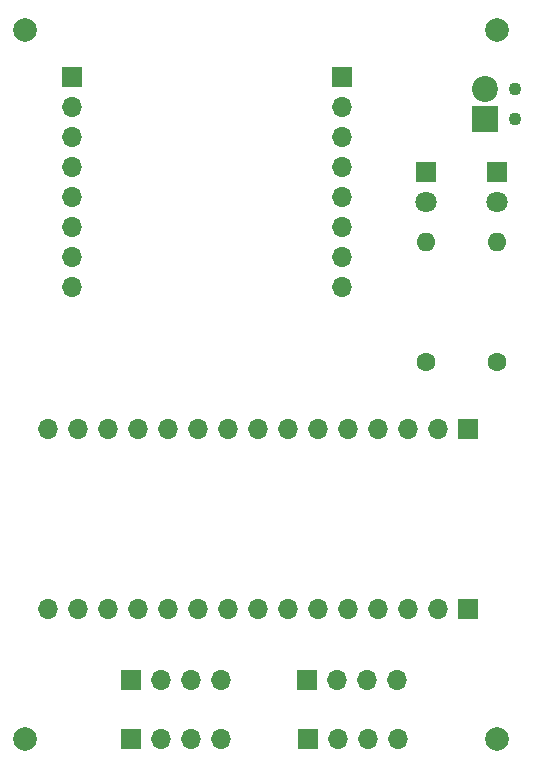
<source format=gbr>
%TF.GenerationSoftware,KiCad,Pcbnew,(7.0.0)*%
%TF.CreationDate,2023-07-20T11:28:34-04:00*%
%TF.ProjectId,board_pf_cese,626f6172-645f-4706-965f-636573652e6b,rev?*%
%TF.SameCoordinates,Original*%
%TF.FileFunction,Soldermask,Top*%
%TF.FilePolarity,Negative*%
%FSLAX46Y46*%
G04 Gerber Fmt 4.6, Leading zero omitted, Abs format (unit mm)*
G04 Created by KiCad (PCBNEW (7.0.0)) date 2023-07-20 11:28:34*
%MOMM*%
%LPD*%
G01*
G04 APERTURE LIST*
%ADD10R,1.700000X1.700000*%
%ADD11O,1.700000X1.700000*%
%ADD12C,2.000000*%
%ADD13C,1.600000*%
%ADD14O,1.600000X1.600000*%
%ADD15C,1.100000*%
%ADD16R,2.200000X2.200000*%
%ADD17C,2.200000*%
%ADD18R,1.800000X1.800000*%
%ADD19C,1.800000*%
G04 APERTURE END LIST*
D10*
%TO.C,J5*%
X128999999Y-126999999D03*
D11*
X131539999Y-126999999D03*
X134079999Y-126999999D03*
X136619999Y-126999999D03*
%TD*%
D10*
%TO.C,J8*%
X108999999Y-70999999D03*
D11*
X108999999Y-73539999D03*
X108999999Y-76079999D03*
X108999999Y-78619999D03*
X108999999Y-81159999D03*
X108999999Y-83699999D03*
X108999999Y-86239999D03*
X108999999Y-88779999D03*
%TD*%
D12*
%TO.C,REF3*%
X105000000Y-127000000D03*
%TD*%
D13*
%TO.C,R1*%
X145000000Y-95080000D03*
D14*
X144999999Y-84919999D03*
%TD*%
D15*
%TO.C,J1*%
X146540000Y-74540000D03*
X146540000Y-72000000D03*
D16*
X143999999Y-74539999D03*
D17*
X144000000Y-72000000D03*
%TD*%
D12*
%TO.C,REF1*%
X105000000Y-67000000D03*
%TD*%
D18*
%TO.C,D2*%
X138999999Y-78999999D03*
D19*
X139000000Y-81540000D03*
%TD*%
D10*
%TO.C,J7*%
X142559999Y-100759999D03*
D11*
X140019999Y-100759999D03*
X137479999Y-100759999D03*
X134939999Y-100759999D03*
X132399999Y-100759999D03*
X129859999Y-100759999D03*
X127319999Y-100759999D03*
X124779999Y-100759999D03*
X122239999Y-100759999D03*
X119699999Y-100759999D03*
X117159999Y-100759999D03*
X114619999Y-100759999D03*
X112079999Y-100759999D03*
X109539999Y-100759999D03*
X106999999Y-100759999D03*
%TD*%
D12*
%TO.C,REF4*%
X145000000Y-127000000D03*
%TD*%
D10*
%TO.C,J3*%
X128919999Y-121999999D03*
D11*
X131459999Y-121999999D03*
X133999999Y-121999999D03*
X136539999Y-121999999D03*
%TD*%
D13*
%TO.C,R2*%
X139000000Y-95080000D03*
D14*
X138999999Y-84919999D03*
%TD*%
D10*
%TO.C,J9*%
X131859999Y-70999999D03*
D11*
X131859999Y-73539999D03*
X131859999Y-76079999D03*
X131859999Y-78619999D03*
X131859999Y-81159999D03*
X131859999Y-83699999D03*
X131859999Y-86239999D03*
X131859999Y-88779999D03*
%TD*%
D10*
%TO.C,J2*%
X113999999Y-121999999D03*
D11*
X116539999Y-121999999D03*
X119079999Y-121999999D03*
X121619999Y-121999999D03*
%TD*%
D18*
%TO.C,D1*%
X144999999Y-78999999D03*
D19*
X145000000Y-81540000D03*
%TD*%
D10*
%TO.C,J4*%
X113999999Y-126999999D03*
D11*
X116539999Y-126999999D03*
X119079999Y-126999999D03*
X121619999Y-126999999D03*
%TD*%
D12*
%TO.C,REF2*%
X145000000Y-67000000D03*
%TD*%
D10*
%TO.C,J6*%
X142559999Y-115999999D03*
D11*
X140019999Y-115999999D03*
X137479999Y-115999999D03*
X134939999Y-115999999D03*
X132399999Y-115999999D03*
X129859999Y-115999999D03*
X127319999Y-115999999D03*
X124779999Y-115999999D03*
X122239999Y-115999999D03*
X119699999Y-115999999D03*
X117159999Y-115999999D03*
X114619999Y-115999999D03*
X112079999Y-115999999D03*
X109539999Y-115999999D03*
X106999999Y-115999999D03*
%TD*%
M02*

</source>
